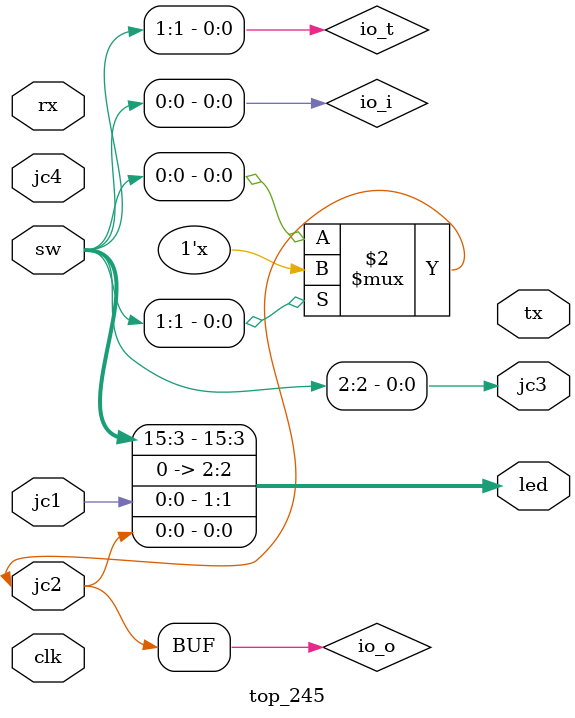
<source format=v>
module top_245
(
input  wire clk,
input  wire rx,
output wire tx,
input  wire [15:0] sw,
output wire [15:0] led,
input  wire jc1,
inout  wire jc2,
output wire jc3,
input  wire jc4  
);
wire io_i;
wire io_o;
wire io_t;
assign io_o = jc2;
assign jc2  = (io_t == 1'b0) ? io_i : 1'bz;
assign io_i = sw[0];
assign io_t = sw[1];
assign jc3  = sw[2];
assign led[0] = io_o;
assign led[1] = jc1;
assign led[15:2] = {sw[15:3], 1'd0};
endmodule
</source>
